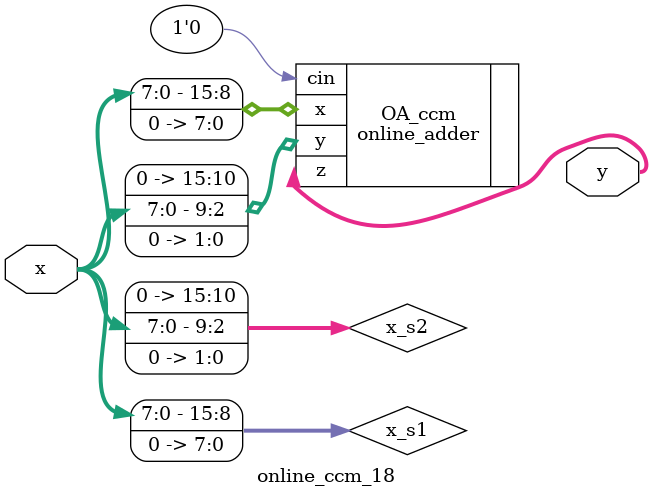
<source format=v>
`timescale 1ns / 1ps
module online_ccm_18(x,y);
parameter Stage = 4;

localparam s1 = 4;
localparam s2 = 1;

localparam WL 		= 2*Stage;
localparam WL_oa	= 2*(Stage+s1);		//WL of OA inputs
localparam WL_s2	= 2*(Stage+s2);
localparam WL_out = 2*(Stage+s1+1);

	input [WL-1:0] x;
	output [WL_out-1:0] y;
	
	wire [WL_oa-1:0] x_s1, x_s2;
	
	assign x_s1[WL_oa-1:WL_oa-WL] = x;
	assign x_s1[WL_oa-WL-1:0]		= 'b0;
	
	assign x_s2[WL_oa-1:WL_s2] 	= 'b0;
	assign x_s2[WL_s2-1:WL_s2-WL]	= x;
	assign x_s2[WL_s2-WL-1:0]		= 'b0;
	
	online_adder #(Stage+s1) OA_ccm(.x(x_s1),.y(x_s2),.cin(1'b0),.z(y));

endmodule

</source>
